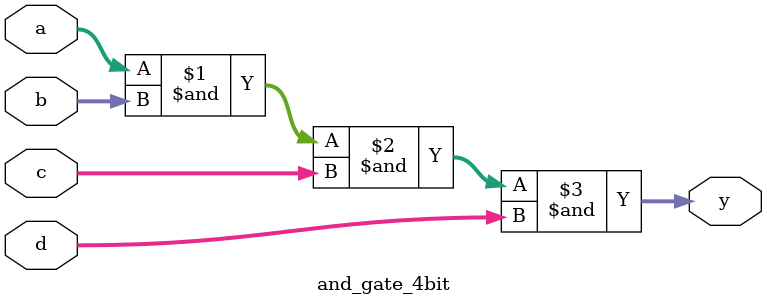
<source format=sv>
module and_gate_4bit (
    input wire [3:0] a,  // 4-bit input A
    input wire [3:0] b,  // 4-bit input B
    input wire [3:0] c,  // 4-bit input C
    input wire [3:0] d,  // 4-bit input D
    output wire [3:0] y  // 4-bit output Y
);
    assign y = a & b & c & d;  // AND operation on 4 inputs
endmodule


</source>
